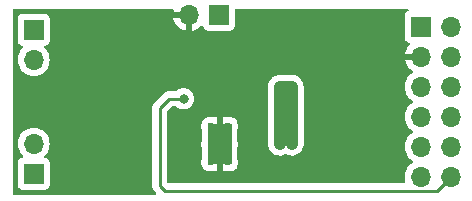
<source format=gbr>
%TF.GenerationSoftware,KiCad,Pcbnew,7.0.10*%
%TF.CreationDate,2024-02-14T05:56:45+09:00*%
%TF.ProjectId,drv8833,64727638-3833-4332-9e6b-696361645f70,rev?*%
%TF.SameCoordinates,Original*%
%TF.FileFunction,Copper,L2,Bot*%
%TF.FilePolarity,Positive*%
%FSLAX46Y46*%
G04 Gerber Fmt 4.6, Leading zero omitted, Abs format (unit mm)*
G04 Created by KiCad (PCBNEW 7.0.10) date 2024-02-14 05:56:45*
%MOMM*%
%LPD*%
G01*
G04 APERTURE LIST*
%TA.AperFunction,ComponentPad*%
%ADD10R,1.700000X1.700000*%
%TD*%
%TA.AperFunction,ComponentPad*%
%ADD11O,1.700000X1.700000*%
%TD*%
%TA.AperFunction,ComponentPad*%
%ADD12C,0.600000*%
%TD*%
%TA.AperFunction,SMDPad,CuDef*%
%ADD13R,2.000000X3.500000*%
%TD*%
%TA.AperFunction,ViaPad*%
%ADD14C,0.800000*%
%TD*%
%TA.AperFunction,Conductor*%
%ADD15C,1.000000*%
%TD*%
%TA.AperFunction,Conductor*%
%ADD16C,0.250000*%
%TD*%
G04 APERTURE END LIST*
D10*
%TO.P,J1,1,Pin_1*%
%TO.N,+3.3V*%
X134620000Y-58420000D03*
D11*
%TO.P,J1,2,Pin_2*%
%TO.N,unconnected-(J1-Pin_2-Pad2)*%
X137160000Y-58420000D03*
%TO.P,J1,3,Pin_3*%
%TO.N,GND*%
X134620000Y-60960000D03*
%TO.P,J1,4,Pin_4*%
%TO.N,unconnected-(J1-Pin_4-Pad4)*%
X137160000Y-60960000D03*
%TO.P,J1,5,Pin_5*%
%TO.N,Net-(J1-Pin_5)*%
X134620000Y-63500000D03*
%TO.P,J1,6,Pin_6*%
%TO.N,unconnected-(J1-Pin_6-Pad6)*%
X137160000Y-63500000D03*
%TO.P,J1,7,Pin_7*%
%TO.N,Net-(J1-Pin_7)*%
X134620000Y-66040000D03*
%TO.P,J1,8,Pin_8*%
%TO.N,unconnected-(J1-Pin_8-Pad8)*%
X137160000Y-66040000D03*
%TO.P,J1,9,Pin_9*%
%TO.N,Net-(J1-Pin_9)*%
X134620000Y-68580000D03*
%TO.P,J1,10,Pin_10*%
%TO.N,unconnected-(J1-Pin_10-Pad10)*%
X137160000Y-68580000D03*
%TO.P,J1,11,Pin_11*%
%TO.N,Net-(J1-Pin_11)*%
X134620000Y-71120000D03*
%TO.P,J1,12,Pin_12*%
%TO.N,nSLEEP*%
X137160000Y-71120000D03*
%TD*%
D10*
%TO.P,J3,1,Pin_1*%
%TO.N,Net-(J3-Pin_1)*%
X101854000Y-70866000D03*
D11*
%TO.P,J3,2,Pin_2*%
%TO.N,Net-(J3-Pin_2)*%
X101854000Y-68326000D03*
%TD*%
D12*
%TO.P,U1,17,GND(PPAD)*%
%TO.N,GND*%
X116840000Y-66850000D03*
X116840000Y-68350000D03*
X116840000Y-69850000D03*
D13*
X117590000Y-68350000D03*
D12*
X118340000Y-66850000D03*
X118340000Y-68350000D03*
X118340000Y-69850000D03*
%TD*%
D10*
%TO.P,J2,1,Pin_1*%
%TO.N,Net-(J2-Pin_1)*%
X101854000Y-58674000D03*
D11*
%TO.P,J2,2,Pin_2*%
%TO.N,Net-(J2-Pin_2)*%
X101854000Y-61214000D03*
%TD*%
D10*
%TO.P,J4,1,Pin_1*%
%TO.N,+BATT*%
X117551200Y-57429400D03*
D11*
%TO.P,J4,2,Pin_2*%
%TO.N,GND*%
X115011200Y-57429400D03*
%TD*%
D14*
%TO.N,GND*%
X128016000Y-59690000D03*
X131826000Y-60960000D03*
X107950000Y-71120000D03*
X114808000Y-60452000D03*
X107950000Y-66040000D03*
X128016000Y-66294000D03*
%TO.N,+BATT*%
X122682000Y-68326000D03*
X123698000Y-68326000D03*
X122682000Y-63500000D03*
X123698000Y-63500000D03*
%TO.N,nSLEEP*%
X114554000Y-64516000D03*
%TD*%
D15*
%TO.N,+BATT*%
X122682000Y-65024000D02*
X122682000Y-65532000D01*
X123698000Y-65532000D02*
X122682000Y-65532000D01*
X123698000Y-66294000D02*
X123698000Y-66802000D01*
X123698000Y-65024000D02*
X123698000Y-65532000D01*
X123698000Y-63500000D02*
X123698000Y-65024000D01*
X122682000Y-67818000D02*
X122682000Y-66294000D01*
X123698000Y-66802000D02*
X123698000Y-68326000D01*
X122682000Y-64516000D02*
X122682000Y-65024000D01*
X123698000Y-65024000D02*
X122682000Y-65024000D01*
X123698000Y-65532000D02*
X123698000Y-66294000D01*
X122682000Y-66294000D02*
X122682000Y-65532000D01*
X122682000Y-67818000D02*
X122682000Y-68326000D01*
X123698000Y-63500000D02*
X122682000Y-64516000D01*
X123698000Y-66294000D02*
X122682000Y-66294000D01*
X122682000Y-63500000D02*
X123698000Y-63500000D01*
X123698000Y-66802000D02*
X122682000Y-67818000D01*
X122682000Y-63500000D02*
X122682000Y-64516000D01*
D16*
%TO.N,nSLEEP*%
X112522000Y-66040000D02*
X112522000Y-65278000D01*
X112522000Y-71882000D02*
X112935000Y-72295000D01*
X112522000Y-66294000D02*
X112522000Y-66040000D01*
X112522000Y-66294000D02*
X112522000Y-71882000D01*
X112522000Y-65278000D02*
X113284000Y-64516000D01*
X135985000Y-72295000D02*
X137160000Y-71120000D01*
X113284000Y-64516000D02*
X114554000Y-64516000D01*
X112935000Y-72295000D02*
X135985000Y-72295000D01*
%TD*%
%TA.AperFunction,Conductor*%
%TO.N,GND*%
G36*
X113661940Y-56915685D02*
G01*
X113707695Y-56968489D01*
X113717639Y-57037647D01*
X113714676Y-57052094D01*
X113680564Y-57179399D01*
X113680564Y-57179400D01*
X114577514Y-57179400D01*
X114551707Y-57219556D01*
X114511200Y-57357511D01*
X114511200Y-57501289D01*
X114551707Y-57639244D01*
X114577514Y-57679400D01*
X113680564Y-57679400D01*
X113737767Y-57892886D01*
X113737770Y-57892892D01*
X113837599Y-58106978D01*
X113973094Y-58300482D01*
X114140117Y-58467505D01*
X114333621Y-58603000D01*
X114547707Y-58702829D01*
X114547716Y-58702833D01*
X114761200Y-58760034D01*
X114761200Y-57864901D01*
X114868885Y-57914080D01*
X114975437Y-57929400D01*
X115046963Y-57929400D01*
X115153515Y-57914080D01*
X115261200Y-57864901D01*
X115261200Y-58760033D01*
X115474683Y-58702833D01*
X115474692Y-58702829D01*
X115688778Y-58603000D01*
X115882278Y-58467508D01*
X116004333Y-58345453D01*
X116065656Y-58311968D01*
X116135348Y-58316952D01*
X116191282Y-58358823D01*
X116208197Y-58389801D01*
X116257402Y-58521728D01*
X116257406Y-58521735D01*
X116343652Y-58636944D01*
X116343655Y-58636947D01*
X116458864Y-58723193D01*
X116458871Y-58723197D01*
X116593717Y-58773491D01*
X116593716Y-58773491D01*
X116600644Y-58774235D01*
X116653327Y-58779900D01*
X118449072Y-58779899D01*
X118508683Y-58773491D01*
X118643531Y-58723196D01*
X118758746Y-58636946D01*
X118844996Y-58521731D01*
X118895291Y-58386883D01*
X118901700Y-58327273D01*
X118901699Y-57019999D01*
X118921384Y-56952961D01*
X118974187Y-56907206D01*
X119025699Y-56896000D01*
X133463428Y-56896000D01*
X133530467Y-56915685D01*
X133576222Y-56968489D01*
X133586166Y-57037647D01*
X133557141Y-57101203D01*
X133533995Y-57119855D01*
X133534769Y-57120888D01*
X133412455Y-57212452D01*
X133412452Y-57212455D01*
X133326206Y-57327664D01*
X133326202Y-57327671D01*
X133275908Y-57462517D01*
X133269501Y-57522116D01*
X133269500Y-57522135D01*
X133269500Y-59317870D01*
X133269501Y-59317876D01*
X133275908Y-59377483D01*
X133326202Y-59512328D01*
X133326206Y-59512335D01*
X133412452Y-59627544D01*
X133412455Y-59627547D01*
X133527664Y-59713793D01*
X133527671Y-59713797D01*
X133527674Y-59713798D01*
X133659598Y-59763002D01*
X133715531Y-59804873D01*
X133739949Y-59870337D01*
X133725098Y-59938610D01*
X133703947Y-59966865D01*
X133581886Y-60088926D01*
X133446400Y-60282420D01*
X133446399Y-60282422D01*
X133346570Y-60496507D01*
X133346567Y-60496513D01*
X133289364Y-60709999D01*
X133289364Y-60710000D01*
X134186314Y-60710000D01*
X134160507Y-60750156D01*
X134120000Y-60888111D01*
X134120000Y-61031889D01*
X134160507Y-61169844D01*
X134186314Y-61210000D01*
X133289364Y-61210000D01*
X133346567Y-61423486D01*
X133346570Y-61423492D01*
X133446399Y-61637578D01*
X133581894Y-61831082D01*
X133748917Y-61998105D01*
X133934595Y-62128119D01*
X133978219Y-62182696D01*
X133985412Y-62252195D01*
X133953890Y-62314549D01*
X133934595Y-62331269D01*
X133748594Y-62461508D01*
X133581505Y-62628597D01*
X133445965Y-62822169D01*
X133445964Y-62822171D01*
X133346098Y-63036335D01*
X133346094Y-63036344D01*
X133284938Y-63264586D01*
X133284936Y-63264596D01*
X133264341Y-63499999D01*
X133264341Y-63500000D01*
X133284936Y-63735403D01*
X133284938Y-63735413D01*
X133346094Y-63963655D01*
X133346096Y-63963659D01*
X133346097Y-63963663D01*
X133409065Y-64098697D01*
X133445965Y-64177830D01*
X133445967Y-64177834D01*
X133550933Y-64327740D01*
X133581501Y-64371396D01*
X133581506Y-64371402D01*
X133748597Y-64538493D01*
X133748603Y-64538498D01*
X133934158Y-64668425D01*
X133977783Y-64723002D01*
X133984977Y-64792500D01*
X133953454Y-64854855D01*
X133934158Y-64871575D01*
X133748597Y-65001505D01*
X133581505Y-65168597D01*
X133445965Y-65362169D01*
X133445964Y-65362171D01*
X133346098Y-65576335D01*
X133346094Y-65576344D01*
X133284938Y-65804586D01*
X133284936Y-65804596D01*
X133264341Y-66039999D01*
X133264341Y-66040000D01*
X133284936Y-66275403D01*
X133284938Y-66275413D01*
X133346094Y-66503655D01*
X133346096Y-66503659D01*
X133346097Y-66503663D01*
X133386855Y-66591068D01*
X133445965Y-66717830D01*
X133445967Y-66717834D01*
X133538513Y-66850002D01*
X133581501Y-66911396D01*
X133581506Y-66911402D01*
X133748597Y-67078493D01*
X133748603Y-67078498D01*
X133934158Y-67208425D01*
X133977783Y-67263002D01*
X133984977Y-67332500D01*
X133953454Y-67394855D01*
X133934158Y-67411575D01*
X133748597Y-67541505D01*
X133581505Y-67708597D01*
X133445965Y-67902169D01*
X133445964Y-67902171D01*
X133346098Y-68116335D01*
X133346094Y-68116344D01*
X133284938Y-68344586D01*
X133284936Y-68344596D01*
X133264341Y-68579999D01*
X133264341Y-68580000D01*
X133284936Y-68815403D01*
X133284938Y-68815413D01*
X133346094Y-69043655D01*
X133346096Y-69043659D01*
X133346097Y-69043663D01*
X133417787Y-69197402D01*
X133445965Y-69257830D01*
X133445967Y-69257834D01*
X133531964Y-69380649D01*
X133581501Y-69451396D01*
X133581506Y-69451402D01*
X133748597Y-69618493D01*
X133748603Y-69618498D01*
X133934158Y-69748425D01*
X133977783Y-69803002D01*
X133984977Y-69872500D01*
X133953454Y-69934855D01*
X133934158Y-69951575D01*
X133748597Y-70081505D01*
X133581505Y-70248597D01*
X133445965Y-70442169D01*
X133445964Y-70442171D01*
X133346098Y-70656335D01*
X133346094Y-70656344D01*
X133284938Y-70884586D01*
X133284936Y-70884596D01*
X133264341Y-71119999D01*
X133264341Y-71120000D01*
X133284936Y-71355403D01*
X133284938Y-71355413D01*
X133327272Y-71513407D01*
X133325609Y-71583257D01*
X133286446Y-71641119D01*
X133222218Y-71668623D01*
X133207497Y-71669500D01*
X113271500Y-71669500D01*
X113204461Y-71649815D01*
X113158706Y-71597011D01*
X113147500Y-71545500D01*
X113147500Y-69850002D01*
X116034938Y-69850002D01*
X116055121Y-70029137D01*
X116083042Y-70108931D01*
X116089095Y-70144559D01*
X116089540Y-70144536D01*
X116089644Y-70144525D01*
X116089644Y-70144530D01*
X116089823Y-70144521D01*
X116090000Y-70147844D01*
X116096401Y-70207372D01*
X116096403Y-70207379D01*
X116146645Y-70342086D01*
X116146649Y-70342093D01*
X116232809Y-70457187D01*
X116232812Y-70457190D01*
X116347906Y-70543350D01*
X116347913Y-70543354D01*
X116482620Y-70593596D01*
X116482627Y-70593598D01*
X116542155Y-70599999D01*
X116545479Y-70600177D01*
X116545469Y-70600355D01*
X116545475Y-70600356D01*
X116545463Y-70600459D01*
X116545440Y-70600904D01*
X116581068Y-70606958D01*
X116660857Y-70634877D01*
X116660861Y-70634878D01*
X116839997Y-70655062D01*
X116840003Y-70655062D01*
X117019138Y-70634878D01*
X117019142Y-70634877D01*
X117098932Y-70606958D01*
X117139886Y-70600000D01*
X117340000Y-70600000D01*
X117840000Y-70600000D01*
X118040114Y-70600000D01*
X118081068Y-70606958D01*
X118160857Y-70634877D01*
X118160861Y-70634878D01*
X118339997Y-70655062D01*
X118340003Y-70655062D01*
X118519138Y-70634878D01*
X118519142Y-70634877D01*
X118598932Y-70606958D01*
X118634559Y-70600904D01*
X118634536Y-70600459D01*
X118634525Y-70600356D01*
X118634530Y-70600355D01*
X118634521Y-70600177D01*
X118637844Y-70599999D01*
X118697372Y-70593598D01*
X118697379Y-70593596D01*
X118832086Y-70543354D01*
X118832093Y-70543350D01*
X118947187Y-70457190D01*
X118947190Y-70457187D01*
X119033350Y-70342093D01*
X119033354Y-70342086D01*
X119083596Y-70207379D01*
X119083598Y-70207372D01*
X119089999Y-70147844D01*
X119090177Y-70144521D01*
X119090355Y-70144530D01*
X119090356Y-70144525D01*
X119090459Y-70144536D01*
X119090904Y-70144559D01*
X119096958Y-70108931D01*
X119124878Y-70029137D01*
X119145062Y-69850002D01*
X119145062Y-69849997D01*
X119124878Y-69670861D01*
X119124877Y-69670857D01*
X119096958Y-69591068D01*
X119090000Y-69550114D01*
X119090000Y-68649885D01*
X119096958Y-68608931D01*
X119124878Y-68529137D01*
X119145062Y-68350002D01*
X119145062Y-68349997D01*
X119124878Y-68170861D01*
X119124877Y-68170857D01*
X119096958Y-68091068D01*
X119090000Y-68050114D01*
X119090000Y-67843474D01*
X121676662Y-67843474D01*
X121680506Y-67873649D01*
X121681500Y-67889317D01*
X121681500Y-68376743D01*
X121696925Y-68528439D01*
X121757837Y-68722579D01*
X121757844Y-68722594D01*
X121856589Y-68900499D01*
X121856592Y-68900504D01*
X121989132Y-69054893D01*
X121989134Y-69054895D01*
X122150037Y-69179445D01*
X122150038Y-69179445D01*
X122150042Y-69179448D01*
X122332729Y-69269060D01*
X122529715Y-69320063D01*
X122732936Y-69330369D01*
X122934071Y-69299556D01*
X123124887Y-69228886D01*
X123128989Y-69226329D01*
X123196291Y-69207573D01*
X123249187Y-69220232D01*
X123348729Y-69269060D01*
X123545715Y-69320063D01*
X123748936Y-69330369D01*
X123950071Y-69299556D01*
X124140887Y-69228886D01*
X124313571Y-69121252D01*
X124461053Y-68981059D01*
X124577295Y-68814049D01*
X124657540Y-68627058D01*
X124698500Y-68427741D01*
X124698500Y-66844758D01*
X124698858Y-66835342D01*
X124703337Y-66776527D01*
X124699493Y-66746339D01*
X124698500Y-66730675D01*
X124698500Y-66322499D01*
X124698659Y-66316219D01*
X124700728Y-66275413D01*
X124702369Y-66243064D01*
X124699930Y-66227142D01*
X124698500Y-66208366D01*
X124698500Y-65560499D01*
X124698659Y-65554219D01*
X124702369Y-65481064D01*
X124699930Y-65465142D01*
X124698500Y-65446366D01*
X124698500Y-65052499D01*
X124698659Y-65046219D01*
X124700875Y-65002514D01*
X124702369Y-64973064D01*
X124699930Y-64957142D01*
X124698500Y-64938366D01*
X124698500Y-63542758D01*
X124698858Y-63533342D01*
X124703337Y-63474524D01*
X124703115Y-63472780D01*
X124702279Y-63450831D01*
X124702369Y-63449064D01*
X124691278Y-63376669D01*
X124690484Y-63370436D01*
X124683074Y-63297565D01*
X124683074Y-63297562D01*
X124682544Y-63295874D01*
X124677852Y-63274420D01*
X124677630Y-63272672D01*
X124677059Y-63271001D01*
X124671821Y-63249657D01*
X124671556Y-63247931D01*
X124671556Y-63247929D01*
X124646105Y-63179209D01*
X124644102Y-63173350D01*
X124622159Y-63103412D01*
X124621307Y-63101877D01*
X124612383Y-63081788D01*
X124611816Y-63080128D01*
X124610923Y-63078611D01*
X124601494Y-63058755D01*
X124600887Y-63057115D01*
X124600883Y-63057107D01*
X124562139Y-62994948D01*
X124558952Y-62989534D01*
X124523411Y-62925501D01*
X124523410Y-62925499D01*
X124523409Y-62925498D01*
X124522256Y-62924155D01*
X124509478Y-62906282D01*
X124508750Y-62905046D01*
X124508590Y-62904773D01*
X124508589Y-62904772D01*
X124508588Y-62904770D01*
X124508586Y-62904767D01*
X124507412Y-62903468D01*
X124494187Y-62885929D01*
X124493251Y-62884428D01*
X124442788Y-62831341D01*
X124438577Y-62826680D01*
X124390873Y-62771112D01*
X124390868Y-62771107D01*
X124390866Y-62771105D01*
X124389467Y-62770022D01*
X124373367Y-62755102D01*
X124372181Y-62753789D01*
X124372175Y-62753784D01*
X124370760Y-62752745D01*
X124354277Y-62738228D01*
X124353063Y-62736951D01*
X124353062Y-62736950D01*
X124353059Y-62736947D01*
X124292936Y-62695100D01*
X124287874Y-62691382D01*
X124229957Y-62646551D01*
X124228361Y-62645768D01*
X124209586Y-62634393D01*
X124208170Y-62633353D01*
X124208168Y-62633352D01*
X124208167Y-62633351D01*
X124208163Y-62633349D01*
X124208161Y-62633348D01*
X124206557Y-62632611D01*
X124187501Y-62621716D01*
X124186049Y-62620705D01*
X124118738Y-62591818D01*
X124113039Y-62589200D01*
X124047270Y-62556939D01*
X124047261Y-62556936D01*
X124045546Y-62556492D01*
X124024876Y-62549133D01*
X124023269Y-62548395D01*
X124021534Y-62547992D01*
X124000691Y-62541160D01*
X123999062Y-62540461D01*
X123999063Y-62540461D01*
X123991570Y-62538921D01*
X123927306Y-62525714D01*
X123921196Y-62524297D01*
X123885002Y-62514926D01*
X123850285Y-62505937D01*
X123850282Y-62505936D01*
X123850273Y-62505935D01*
X123848510Y-62505846D01*
X123826787Y-62502799D01*
X123825056Y-62502397D01*
X123825050Y-62502396D01*
X123823256Y-62502351D01*
X123801482Y-62499857D01*
X123799748Y-62499500D01*
X123799741Y-62499500D01*
X123726500Y-62499500D01*
X123720221Y-62499341D01*
X123647064Y-62495631D01*
X123647057Y-62495631D01*
X123645305Y-62495900D01*
X123623421Y-62497288D01*
X123621640Y-62497243D01*
X123621631Y-62497243D01*
X123619895Y-62497555D01*
X123598021Y-62499500D01*
X122710500Y-62499500D01*
X122704221Y-62499341D01*
X122662851Y-62497243D01*
X122631065Y-62495631D01*
X122631058Y-62495631D01*
X122558676Y-62506719D01*
X122552448Y-62507513D01*
X122479566Y-62514925D01*
X122479557Y-62514927D01*
X122464187Y-62519749D01*
X122445858Y-62524003D01*
X122429929Y-62526444D01*
X122429926Y-62526445D01*
X122361245Y-62551880D01*
X122355305Y-62553911D01*
X122285412Y-62575840D01*
X122271322Y-62583661D01*
X122254220Y-62591518D01*
X122239118Y-62597111D01*
X122239108Y-62597116D01*
X122176959Y-62635854D01*
X122171546Y-62639040D01*
X122107506Y-62674585D01*
X122107499Y-62674590D01*
X122095278Y-62685081D01*
X122080114Y-62696216D01*
X122066430Y-62704746D01*
X122066427Y-62704749D01*
X122013338Y-62755213D01*
X122008679Y-62759422D01*
X121953109Y-62807129D01*
X121953102Y-62807136D01*
X121943243Y-62819872D01*
X121930631Y-62833832D01*
X121918949Y-62844938D01*
X121918948Y-62844939D01*
X121877111Y-62905046D01*
X121873396Y-62910106D01*
X121828550Y-62968043D01*
X121821452Y-62982513D01*
X121811907Y-62998728D01*
X121802706Y-63011948D01*
X121802705Y-63011949D01*
X121773818Y-63079262D01*
X121771197Y-63084965D01*
X121738939Y-63150729D01*
X121738938Y-63150733D01*
X121734901Y-63166324D01*
X121728815Y-63184129D01*
X121722461Y-63198937D01*
X121707716Y-63270687D01*
X121706296Y-63276805D01*
X121687936Y-63347716D01*
X121687119Y-63363811D01*
X121684743Y-63382474D01*
X121681500Y-63398260D01*
X121681500Y-63471499D01*
X121681341Y-63477779D01*
X121677631Y-63550935D01*
X121677631Y-63550936D01*
X121680070Y-63566857D01*
X121681500Y-63585633D01*
X121681500Y-64473240D01*
X121681142Y-64482656D01*
X121676662Y-64541474D01*
X121680506Y-64571649D01*
X121681500Y-64587317D01*
X121681500Y-64995499D01*
X121681341Y-65001779D01*
X121677631Y-65074935D01*
X121677631Y-65074936D01*
X121680070Y-65090857D01*
X121681500Y-65109633D01*
X121681500Y-65503499D01*
X121681341Y-65509779D01*
X121677631Y-65582935D01*
X121677631Y-65582936D01*
X121680070Y-65598857D01*
X121681500Y-65617633D01*
X121681500Y-66265499D01*
X121681341Y-66271779D01*
X121677631Y-66344935D01*
X121677631Y-66344936D01*
X121680070Y-66360857D01*
X121681500Y-66379633D01*
X121681500Y-67775240D01*
X121681142Y-67784656D01*
X121676662Y-67843474D01*
X119090000Y-67843474D01*
X119090000Y-67149885D01*
X119096958Y-67108931D01*
X119124878Y-67029137D01*
X119145062Y-66850002D01*
X119145062Y-66849997D01*
X119124878Y-66670861D01*
X119124877Y-66670857D01*
X119096958Y-66591068D01*
X119090904Y-66555440D01*
X119090459Y-66555463D01*
X119090356Y-66555475D01*
X119090355Y-66555469D01*
X119090177Y-66555479D01*
X119089999Y-66552155D01*
X119083598Y-66492627D01*
X119083596Y-66492620D01*
X119033354Y-66357913D01*
X119033350Y-66357906D01*
X118947190Y-66242812D01*
X118947187Y-66242809D01*
X118832093Y-66156649D01*
X118832086Y-66156645D01*
X118697379Y-66106403D01*
X118697372Y-66106401D01*
X118637844Y-66100000D01*
X118634521Y-66099823D01*
X118634530Y-66099644D01*
X118634525Y-66099644D01*
X118634536Y-66099540D01*
X118634559Y-66099095D01*
X118598932Y-66093042D01*
X118519142Y-66065122D01*
X118519138Y-66065121D01*
X118340003Y-66044938D01*
X118339997Y-66044938D01*
X118160861Y-66065121D01*
X118160857Y-66065122D01*
X118081068Y-66093042D01*
X118040114Y-66100000D01*
X117840000Y-66100000D01*
X117840000Y-70600000D01*
X117340000Y-70600000D01*
X117340000Y-66100000D01*
X117139886Y-66100000D01*
X117098932Y-66093042D01*
X117019142Y-66065122D01*
X117019138Y-66065121D01*
X116840003Y-66044938D01*
X116839997Y-66044938D01*
X116660861Y-66065121D01*
X116660857Y-66065122D01*
X116581068Y-66093042D01*
X116545440Y-66099095D01*
X116545463Y-66099540D01*
X116545475Y-66099644D01*
X116545469Y-66099644D01*
X116545479Y-66099823D01*
X116542155Y-66100000D01*
X116482627Y-66106401D01*
X116482620Y-66106403D01*
X116347913Y-66156645D01*
X116347906Y-66156649D01*
X116232812Y-66242809D01*
X116232809Y-66242812D01*
X116146649Y-66357906D01*
X116146645Y-66357913D01*
X116096403Y-66492620D01*
X116096401Y-66492627D01*
X116090000Y-66552155D01*
X116089823Y-66555479D01*
X116089644Y-66555469D01*
X116089644Y-66555475D01*
X116089540Y-66555463D01*
X116089095Y-66555440D01*
X116083042Y-66591068D01*
X116055122Y-66670857D01*
X116055121Y-66670861D01*
X116034938Y-66849997D01*
X116034938Y-66850002D01*
X116055121Y-67029137D01*
X116083042Y-67108931D01*
X116090000Y-67149885D01*
X116090000Y-68050114D01*
X116083042Y-68091068D01*
X116055122Y-68170857D01*
X116055121Y-68170861D01*
X116034938Y-68349997D01*
X116034938Y-68350002D01*
X116055121Y-68529137D01*
X116083042Y-68608931D01*
X116090000Y-68649885D01*
X116090000Y-69550114D01*
X116083042Y-69591068D01*
X116055122Y-69670857D01*
X116055121Y-69670861D01*
X116034938Y-69849997D01*
X116034938Y-69850002D01*
X113147500Y-69850002D01*
X113147500Y-65588452D01*
X113167185Y-65521413D01*
X113183819Y-65500771D01*
X113506771Y-65177819D01*
X113568094Y-65144334D01*
X113594452Y-65141500D01*
X113850252Y-65141500D01*
X113917291Y-65161185D01*
X113942400Y-65182526D01*
X113948126Y-65188885D01*
X113948130Y-65188889D01*
X114101265Y-65300148D01*
X114101270Y-65300151D01*
X114274192Y-65377142D01*
X114274197Y-65377144D01*
X114459354Y-65416500D01*
X114459355Y-65416500D01*
X114648644Y-65416500D01*
X114648646Y-65416500D01*
X114833803Y-65377144D01*
X115006730Y-65300151D01*
X115159871Y-65188888D01*
X115286533Y-65048216D01*
X115381179Y-64884284D01*
X115439674Y-64704256D01*
X115459460Y-64516000D01*
X115439674Y-64327744D01*
X115381179Y-64147716D01*
X115286533Y-63983784D01*
X115159871Y-63843112D01*
X115159870Y-63843111D01*
X115006734Y-63731851D01*
X115006729Y-63731848D01*
X114833807Y-63654857D01*
X114833802Y-63654855D01*
X114688001Y-63623865D01*
X114648646Y-63615500D01*
X114459354Y-63615500D01*
X114426897Y-63622398D01*
X114274197Y-63654855D01*
X114274192Y-63654857D01*
X114101270Y-63731848D01*
X114101265Y-63731851D01*
X113948130Y-63843110D01*
X113948126Y-63843114D01*
X113942400Y-63849474D01*
X113882913Y-63886121D01*
X113850252Y-63890500D01*
X113366743Y-63890500D01*
X113351122Y-63888775D01*
X113351095Y-63889061D01*
X113343333Y-63888326D01*
X113276113Y-63890439D01*
X113272219Y-63890500D01*
X113244650Y-63890500D01*
X113240673Y-63891002D01*
X113229042Y-63891917D01*
X113185374Y-63893289D01*
X113185368Y-63893290D01*
X113166126Y-63898880D01*
X113147087Y-63902823D01*
X113127217Y-63905334D01*
X113127203Y-63905337D01*
X113086598Y-63921413D01*
X113075554Y-63925194D01*
X113033614Y-63937379D01*
X113033610Y-63937381D01*
X113016366Y-63947579D01*
X112998905Y-63956133D01*
X112980274Y-63963510D01*
X112980262Y-63963517D01*
X112944933Y-63989185D01*
X112935173Y-63995596D01*
X112897580Y-64017829D01*
X112883414Y-64031995D01*
X112868624Y-64044627D01*
X112852414Y-64056404D01*
X112852411Y-64056407D01*
X112824573Y-64090058D01*
X112816711Y-64098697D01*
X112138208Y-64777199D01*
X112125951Y-64787020D01*
X112126134Y-64787241D01*
X112120122Y-64792214D01*
X112074098Y-64841223D01*
X112071391Y-64844016D01*
X112051889Y-64863517D01*
X112051875Y-64863534D01*
X112049407Y-64866715D01*
X112041843Y-64875570D01*
X112011937Y-64907418D01*
X112011936Y-64907420D01*
X112002284Y-64924976D01*
X111991610Y-64941226D01*
X111979329Y-64957061D01*
X111979324Y-64957068D01*
X111961975Y-64997158D01*
X111956838Y-65007644D01*
X111935803Y-65045906D01*
X111930822Y-65065307D01*
X111924521Y-65083710D01*
X111916562Y-65102102D01*
X111916561Y-65102105D01*
X111909728Y-65145243D01*
X111907360Y-65156674D01*
X111896501Y-65198971D01*
X111896500Y-65198982D01*
X111896500Y-65219016D01*
X111894973Y-65238415D01*
X111891840Y-65258194D01*
X111891840Y-65258195D01*
X111895950Y-65301674D01*
X111896500Y-65313343D01*
X111896500Y-71799255D01*
X111894775Y-71814872D01*
X111895061Y-71814899D01*
X111894326Y-71822665D01*
X111896439Y-71889872D01*
X111896500Y-71893767D01*
X111896500Y-71921357D01*
X111897003Y-71925335D01*
X111897918Y-71936967D01*
X111899290Y-71980624D01*
X111899291Y-71980627D01*
X111904880Y-71999867D01*
X111908824Y-72018911D01*
X111911336Y-72038792D01*
X111927414Y-72079403D01*
X111931197Y-72090452D01*
X111943381Y-72132388D01*
X111953580Y-72149634D01*
X111962138Y-72167103D01*
X111969514Y-72185732D01*
X111995181Y-72221060D01*
X112001593Y-72230821D01*
X112023828Y-72268417D01*
X112023833Y-72268424D01*
X112037990Y-72282580D01*
X112050628Y-72297376D01*
X112062405Y-72313586D01*
X112062406Y-72313587D01*
X112096057Y-72341425D01*
X112104698Y-72349288D01*
X112187729Y-72432319D01*
X112221214Y-72493642D01*
X112216230Y-72563334D01*
X112174358Y-72619267D01*
X112108894Y-72643684D01*
X112100048Y-72644000D01*
X100200000Y-72644000D01*
X100132961Y-72624315D01*
X100087206Y-72571511D01*
X100076000Y-72520000D01*
X100076000Y-68326000D01*
X100498341Y-68326000D01*
X100518936Y-68561403D01*
X100518938Y-68561413D01*
X100580094Y-68789655D01*
X100580096Y-68789659D01*
X100580097Y-68789663D01*
X100669347Y-68981059D01*
X100679965Y-69003830D01*
X100679967Y-69003834D01*
X100715721Y-69054895D01*
X100815501Y-69197396D01*
X100815506Y-69197402D01*
X100937430Y-69319326D01*
X100970915Y-69380649D01*
X100965931Y-69450341D01*
X100924059Y-69506274D01*
X100893083Y-69523189D01*
X100761669Y-69572203D01*
X100761664Y-69572206D01*
X100646455Y-69658452D01*
X100646452Y-69658455D01*
X100560206Y-69773664D01*
X100560202Y-69773671D01*
X100509908Y-69908517D01*
X100503501Y-69968116D01*
X100503501Y-69968123D01*
X100503500Y-69968135D01*
X100503500Y-71763870D01*
X100503501Y-71763876D01*
X100509908Y-71823483D01*
X100560202Y-71958328D01*
X100560206Y-71958335D01*
X100646452Y-72073544D01*
X100646455Y-72073547D01*
X100761664Y-72159793D01*
X100761671Y-72159797D01*
X100896517Y-72210091D01*
X100896516Y-72210091D01*
X100903444Y-72210835D01*
X100956127Y-72216500D01*
X102751872Y-72216499D01*
X102811483Y-72210091D01*
X102946331Y-72159796D01*
X103061546Y-72073546D01*
X103147796Y-71958331D01*
X103198091Y-71823483D01*
X103204500Y-71763873D01*
X103204499Y-69968128D01*
X103198091Y-69908517D01*
X103176266Y-69850002D01*
X103147797Y-69773671D01*
X103147793Y-69773664D01*
X103061547Y-69658455D01*
X103061544Y-69658452D01*
X102946335Y-69572206D01*
X102946328Y-69572202D01*
X102814917Y-69523189D01*
X102758983Y-69481318D01*
X102734566Y-69415853D01*
X102749418Y-69347580D01*
X102770563Y-69319332D01*
X102892495Y-69197401D01*
X103028035Y-69003830D01*
X103127903Y-68789663D01*
X103189063Y-68561408D01*
X103209659Y-68326000D01*
X103189063Y-68090592D01*
X103127903Y-67862337D01*
X103028035Y-67648171D01*
X102953345Y-67541501D01*
X102892494Y-67454597D01*
X102725402Y-67287506D01*
X102725395Y-67287501D01*
X102531834Y-67151967D01*
X102531830Y-67151965D01*
X102527369Y-67149885D01*
X102317663Y-67052097D01*
X102317659Y-67052096D01*
X102317655Y-67052094D01*
X102089413Y-66990938D01*
X102089403Y-66990936D01*
X101854001Y-66970341D01*
X101853999Y-66970341D01*
X101618596Y-66990936D01*
X101618586Y-66990938D01*
X101390344Y-67052094D01*
X101390335Y-67052098D01*
X101176171Y-67151964D01*
X101176169Y-67151965D01*
X100982597Y-67287505D01*
X100815505Y-67454597D01*
X100679965Y-67648169D01*
X100679964Y-67648171D01*
X100580098Y-67862335D01*
X100580094Y-67862344D01*
X100518938Y-68090586D01*
X100518936Y-68090596D01*
X100498341Y-68325999D01*
X100498341Y-68326000D01*
X100076000Y-68326000D01*
X100076000Y-61214000D01*
X100498341Y-61214000D01*
X100518936Y-61449403D01*
X100518938Y-61449413D01*
X100580094Y-61677655D01*
X100580096Y-61677659D01*
X100580097Y-61677663D01*
X100651787Y-61831402D01*
X100679965Y-61891830D01*
X100679967Y-61891834D01*
X100754655Y-61998498D01*
X100815505Y-62085401D01*
X100982599Y-62252495D01*
X101017156Y-62276692D01*
X101176165Y-62388032D01*
X101176167Y-62388033D01*
X101176170Y-62388035D01*
X101390337Y-62487903D01*
X101390343Y-62487904D01*
X101390344Y-62487905D01*
X101425195Y-62497243D01*
X101618592Y-62549063D01*
X101806918Y-62565539D01*
X101853999Y-62569659D01*
X101854000Y-62569659D01*
X101854001Y-62569659D01*
X101893234Y-62566226D01*
X102089408Y-62549063D01*
X102317663Y-62487903D01*
X102531830Y-62388035D01*
X102725401Y-62252495D01*
X102892495Y-62085401D01*
X103028035Y-61891830D01*
X103127903Y-61677663D01*
X103189063Y-61449408D01*
X103209659Y-61214000D01*
X103189063Y-60978592D01*
X103127903Y-60750337D01*
X103028035Y-60536171D01*
X103000266Y-60496513D01*
X102892496Y-60342600D01*
X102832065Y-60282169D01*
X102770567Y-60220671D01*
X102737084Y-60159351D01*
X102742068Y-60089659D01*
X102783939Y-60033725D01*
X102814915Y-60016810D01*
X102946331Y-59967796D01*
X103061546Y-59881546D01*
X103147796Y-59766331D01*
X103198091Y-59631483D01*
X103204500Y-59571873D01*
X103204499Y-57776128D01*
X103198091Y-57716517D01*
X103184247Y-57679400D01*
X103147797Y-57581671D01*
X103147793Y-57581664D01*
X103061547Y-57466455D01*
X103061544Y-57466452D01*
X102946335Y-57380206D01*
X102946328Y-57380202D01*
X102811482Y-57329908D01*
X102811483Y-57329908D01*
X102751883Y-57323501D01*
X102751881Y-57323500D01*
X102751873Y-57323500D01*
X102751864Y-57323500D01*
X100956129Y-57323500D01*
X100956123Y-57323501D01*
X100896516Y-57329908D01*
X100761671Y-57380202D01*
X100761664Y-57380206D01*
X100646455Y-57466452D01*
X100646452Y-57466455D01*
X100560206Y-57581664D01*
X100560202Y-57581671D01*
X100509908Y-57716517D01*
X100503585Y-57775337D01*
X100503501Y-57776123D01*
X100503500Y-57776135D01*
X100503500Y-59571870D01*
X100503501Y-59571876D01*
X100509908Y-59631483D01*
X100560202Y-59766328D01*
X100560206Y-59766335D01*
X100646452Y-59881544D01*
X100646455Y-59881547D01*
X100761664Y-59967793D01*
X100761671Y-59967797D01*
X100893081Y-60016810D01*
X100949015Y-60058681D01*
X100973432Y-60124145D01*
X100958580Y-60192418D01*
X100937430Y-60220673D01*
X100815503Y-60342600D01*
X100679965Y-60536169D01*
X100679964Y-60536171D01*
X100580098Y-60750335D01*
X100580094Y-60750344D01*
X100518938Y-60978586D01*
X100518936Y-60978596D01*
X100498341Y-61213999D01*
X100498341Y-61214000D01*
X100076000Y-61214000D01*
X100076000Y-57020000D01*
X100095685Y-56952961D01*
X100148489Y-56907206D01*
X100200000Y-56896000D01*
X113594901Y-56896000D01*
X113661940Y-56915685D01*
G37*
%TD.AperFunction*%
%TD*%
M02*

</source>
